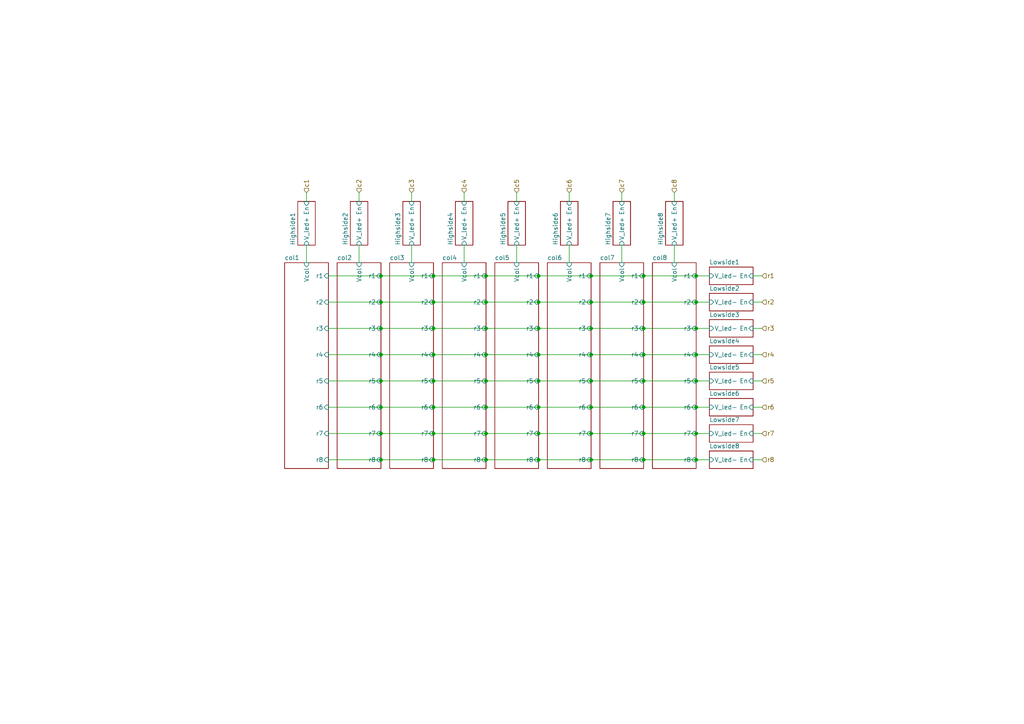
<source format=kicad_sch>
(kicad_sch
	(version 20250114)
	(generator "eeschema")
	(generator_version "9.0")
	(uuid "95bf016e-cc87-4bbd-bc73-ca817ece5dc4")
	(paper "A4")
	(lib_symbols)
	(junction
		(at 125.73 95.25)
		(diameter 0)
		(color 0 0 0 0)
		(uuid "032de506-df0b-4a26-aa03-72097733bfed")
	)
	(junction
		(at 140.97 80.01)
		(diameter 0)
		(color 0 0 0 0)
		(uuid "05cd0275-d2be-469d-8149-aa757cba5e33")
	)
	(junction
		(at 110.49 80.01)
		(diameter 0)
		(color 0 0 0 0)
		(uuid "0b8fcb55-6f6f-43a4-9484-53ccfebecae2")
	)
	(junction
		(at 125.73 118.11)
		(diameter 0)
		(color 0 0 0 0)
		(uuid "0c907dd5-e5af-4df8-a9f4-3e16d67936a4")
	)
	(junction
		(at 186.69 87.63)
		(diameter 0)
		(color 0 0 0 0)
		(uuid "0cb9c822-4126-4694-9c0a-6bab0d867a8a")
	)
	(junction
		(at 201.93 125.73)
		(diameter 0)
		(color 0 0 0 0)
		(uuid "0d6a9c01-f0fe-482d-970b-40ed9ede45b5")
	)
	(junction
		(at 125.73 87.63)
		(diameter 0)
		(color 0 0 0 0)
		(uuid "0e4a44c7-0cb7-4783-9395-f8be45f81c0c")
	)
	(junction
		(at 156.21 80.01)
		(diameter 0)
		(color 0 0 0 0)
		(uuid "1b8993b6-ad39-42e2-b90c-10176782a376")
	)
	(junction
		(at 201.93 133.35)
		(diameter 0)
		(color 0 0 0 0)
		(uuid "1e800d23-db3e-465a-884f-21c354708bc5")
	)
	(junction
		(at 201.93 118.11)
		(diameter 0)
		(color 0 0 0 0)
		(uuid "27e835b0-3931-4d7b-9501-9fc40e6db807")
	)
	(junction
		(at 156.21 95.25)
		(diameter 0)
		(color 0 0 0 0)
		(uuid "28efb346-1100-49a2-8ddc-31cd1da652f5")
	)
	(junction
		(at 110.49 102.87)
		(diameter 0)
		(color 0 0 0 0)
		(uuid "2b45d5f0-9185-4727-9663-4f3108f56e92")
	)
	(junction
		(at 156.21 87.63)
		(diameter 0)
		(color 0 0 0 0)
		(uuid "2bf3d6fe-839b-4cd2-8115-78096fa4e8bd")
	)
	(junction
		(at 140.97 118.11)
		(diameter 0)
		(color 0 0 0 0)
		(uuid "317f7b8d-e095-4a82-b044-6cd877cf70f3")
	)
	(junction
		(at 201.93 110.49)
		(diameter 0)
		(color 0 0 0 0)
		(uuid "3675d1ba-31e9-4e2d-bc4e-6e73019b807b")
	)
	(junction
		(at 140.97 95.25)
		(diameter 0)
		(color 0 0 0 0)
		(uuid "36911299-caaa-4b87-950c-2ebf145defd8")
	)
	(junction
		(at 171.45 118.11)
		(diameter 0)
		(color 0 0 0 0)
		(uuid "39d24004-134a-4e52-9af3-ae4453a02b75")
	)
	(junction
		(at 110.49 95.25)
		(diameter 0)
		(color 0 0 0 0)
		(uuid "3b021e50-44d3-40fd-8836-e93c7ba7dd33")
	)
	(junction
		(at 171.45 110.49)
		(diameter 0)
		(color 0 0 0 0)
		(uuid "469cbc0d-4742-47d9-911c-05e8ce7082ff")
	)
	(junction
		(at 171.45 102.87)
		(diameter 0)
		(color 0 0 0 0)
		(uuid "4eb8274b-8078-46ff-9ed4-6034f244411a")
	)
	(junction
		(at 201.93 102.87)
		(diameter 0)
		(color 0 0 0 0)
		(uuid "53342cc9-7ad7-4a09-9559-ee40c6a6c06a")
	)
	(junction
		(at 110.49 133.35)
		(diameter 0)
		(color 0 0 0 0)
		(uuid "57840804-4fb1-46ea-8294-101337bf6407")
	)
	(junction
		(at 140.97 102.87)
		(diameter 0)
		(color 0 0 0 0)
		(uuid "588a9036-59ea-403f-bd4c-f07859a6b6f2")
	)
	(junction
		(at 140.97 133.35)
		(diameter 0)
		(color 0 0 0 0)
		(uuid "59b20bf9-bf73-4ee2-bdb4-1006ef615714")
	)
	(junction
		(at 171.45 95.25)
		(diameter 0)
		(color 0 0 0 0)
		(uuid "5f7a7a2c-ed90-45d4-8eae-7a82271b8da2")
	)
	(junction
		(at 201.93 80.01)
		(diameter 0)
		(color 0 0 0 0)
		(uuid "651c6842-a08b-49b8-9ec7-8a6e39e7352d")
	)
	(junction
		(at 171.45 133.35)
		(diameter 0)
		(color 0 0 0 0)
		(uuid "6ca0b21c-2e58-45e7-bb45-bcdbbc6acb2a")
	)
	(junction
		(at 156.21 133.35)
		(diameter 0)
		(color 0 0 0 0)
		(uuid "73e5d0a9-5199-458f-998c-162198265262")
	)
	(junction
		(at 140.97 125.73)
		(diameter 0)
		(color 0 0 0 0)
		(uuid "767c8180-f7d4-4428-8708-36f2368f640a")
	)
	(junction
		(at 201.93 95.25)
		(diameter 0)
		(color 0 0 0 0)
		(uuid "809d0941-a2da-4f19-858d-b6225beff8c9")
	)
	(junction
		(at 156.21 102.87)
		(diameter 0)
		(color 0 0 0 0)
		(uuid "820c229f-34fd-4206-935d-3ca02173bdc7")
	)
	(junction
		(at 125.73 133.35)
		(diameter 0)
		(color 0 0 0 0)
		(uuid "87dadea0-3222-49ae-8ea2-984d2b4f3cad")
	)
	(junction
		(at 186.69 80.01)
		(diameter 0)
		(color 0 0 0 0)
		(uuid "a19e7898-8c3a-4b07-8a39-4ee24b42ff4f")
	)
	(junction
		(at 186.69 133.35)
		(diameter 0)
		(color 0 0 0 0)
		(uuid "a440a352-4a88-435d-ab89-5ba30e1f819a")
	)
	(junction
		(at 125.73 125.73)
		(diameter 0)
		(color 0 0 0 0)
		(uuid "b14e5a2f-6229-480b-86aa-f4bc03429bb3")
	)
	(junction
		(at 156.21 110.49)
		(diameter 0)
		(color 0 0 0 0)
		(uuid "b2190da6-5d9b-4196-b6a8-1db248add444")
	)
	(junction
		(at 171.45 87.63)
		(diameter 0)
		(color 0 0 0 0)
		(uuid "b701c3fc-05be-480e-8a4c-cd002c606e1f")
	)
	(junction
		(at 186.69 95.25)
		(diameter 0)
		(color 0 0 0 0)
		(uuid "b86ccdcc-4262-4f5e-8b18-154bf42787a5")
	)
	(junction
		(at 201.93 87.63)
		(diameter 0)
		(color 0 0 0 0)
		(uuid "bf7257f9-3516-481b-81a8-4efce2c6fe1f")
	)
	(junction
		(at 125.73 110.49)
		(diameter 0)
		(color 0 0 0 0)
		(uuid "c3f72e5b-6d7a-4350-89c8-c90f888c31f0")
	)
	(junction
		(at 140.97 110.49)
		(diameter 0)
		(color 0 0 0 0)
		(uuid "c4955cb4-e9c5-4c8d-993c-2f0d952a1380")
	)
	(junction
		(at 125.73 102.87)
		(diameter 0)
		(color 0 0 0 0)
		(uuid "cda79724-ff5b-4c8b-8bf5-82befd0935e1")
	)
	(junction
		(at 125.73 80.01)
		(diameter 0)
		(color 0 0 0 0)
		(uuid "cee8826f-bb22-4a41-b981-bf6f58b2285d")
	)
	(junction
		(at 110.49 110.49)
		(diameter 0)
		(color 0 0 0 0)
		(uuid "d3e86324-0aa7-4205-a785-320caaa3a860")
	)
	(junction
		(at 110.49 87.63)
		(diameter 0)
		(color 0 0 0 0)
		(uuid "d4a57a85-903c-4c36-9a75-81120a5d1bee")
	)
	(junction
		(at 186.69 125.73)
		(diameter 0)
		(color 0 0 0 0)
		(uuid "d7e0b78e-2de4-4b48-ab7d-c48553260e47")
	)
	(junction
		(at 140.97 87.63)
		(diameter 0)
		(color 0 0 0 0)
		(uuid "d9f26b4d-bca1-4702-9bae-d6e2633914e5")
	)
	(junction
		(at 186.69 110.49)
		(diameter 0)
		(color 0 0 0 0)
		(uuid "da59efb0-c32c-44ac-879d-c0abecdb2a5d")
	)
	(junction
		(at 171.45 80.01)
		(diameter 0)
		(color 0 0 0 0)
		(uuid "ea536998-4cb6-4b01-976f-fc3d09dfa94a")
	)
	(junction
		(at 156.21 118.11)
		(diameter 0)
		(color 0 0 0 0)
		(uuid "ec067eb8-af02-423c-b34a-d0307ab65838")
	)
	(junction
		(at 156.21 125.73)
		(diameter 0)
		(color 0 0 0 0)
		(uuid "ed9f95db-299d-402f-b500-1b9cdbefd776")
	)
	(junction
		(at 110.49 118.11)
		(diameter 0)
		(color 0 0 0 0)
		(uuid "efe12730-3725-48e9-9d07-4b345e62b0d0")
	)
	(junction
		(at 110.49 125.73)
		(diameter 0)
		(color 0 0 0 0)
		(uuid "f2093ca3-ac9c-495d-9c32-294ebb5a3f8d")
	)
	(junction
		(at 186.69 102.87)
		(diameter 0)
		(color 0 0 0 0)
		(uuid "f4b9a77b-cdf9-413f-8d5c-8cad18e3c42e")
	)
	(junction
		(at 171.45 125.73)
		(diameter 0)
		(color 0 0 0 0)
		(uuid "f712de85-e471-4133-9aa2-540bad8f95d1")
	)
	(junction
		(at 186.69 118.11)
		(diameter 0)
		(color 0 0 0 0)
		(uuid "fce05575-0859-4c49-90ea-fffc5451292b")
	)
	(wire
		(pts
			(xy 220.98 118.11) (xy 218.44 118.11)
		)
		(stroke
			(width 0)
			(type default)
		)
		(uuid "0205bac3-85f7-41dd-bca1-1d405d26ce9c")
	)
	(wire
		(pts
			(xy 165.1 55.88) (xy 165.1 58.42)
		)
		(stroke
			(width 0)
			(type default)
		)
		(uuid "06e0b317-5fbe-44a6-9f0e-15ce63410be7")
	)
	(wire
		(pts
			(xy 201.93 133.35) (xy 205.74 133.35)
		)
		(stroke
			(width 0)
			(type default)
		)
		(uuid "070620ce-6ece-40f5-9b40-7fd19f0ff952")
	)
	(wire
		(pts
			(xy 140.97 118.11) (xy 156.21 118.11)
		)
		(stroke
			(width 0)
			(type default)
		)
		(uuid "091765e4-87fa-4ea7-b6bc-bb776254de84")
	)
	(wire
		(pts
			(xy 186.69 125.73) (xy 201.93 125.73)
		)
		(stroke
			(width 0)
			(type default)
		)
		(uuid "0a93cc96-ed6e-465b-8776-84001f2a2c16")
	)
	(wire
		(pts
			(xy 110.49 133.35) (xy 125.73 133.35)
		)
		(stroke
			(width 0)
			(type default)
		)
		(uuid "0c896087-fafc-4608-9cb9-3b0035aca0ef")
	)
	(wire
		(pts
			(xy 171.45 118.11) (xy 186.69 118.11)
		)
		(stroke
			(width 0)
			(type default)
		)
		(uuid "0f9a907a-9145-40e6-a29f-f6cc24733635")
	)
	(wire
		(pts
			(xy 140.97 125.73) (xy 156.21 125.73)
		)
		(stroke
			(width 0)
			(type default)
		)
		(uuid "0fd27ca1-2253-4f22-b187-0ad1ca6f5365")
	)
	(wire
		(pts
			(xy 125.73 95.25) (xy 140.97 95.25)
		)
		(stroke
			(width 0)
			(type default)
		)
		(uuid "1126ffa1-a839-4d96-a7d9-0eb32a7c3162")
	)
	(wire
		(pts
			(xy 195.58 55.88) (xy 195.58 58.42)
		)
		(stroke
			(width 0)
			(type default)
		)
		(uuid "12b4a908-3f0d-45a7-bfd5-20963eb33f7e")
	)
	(wire
		(pts
			(xy 171.45 102.87) (xy 186.69 102.87)
		)
		(stroke
			(width 0)
			(type default)
		)
		(uuid "176f0af6-8759-4709-91fa-be6528ad0deb")
	)
	(wire
		(pts
			(xy 220.98 95.25) (xy 218.44 95.25)
		)
		(stroke
			(width 0)
			(type default)
		)
		(uuid "1c2dea23-8758-4136-9efb-987f861e516d")
	)
	(wire
		(pts
			(xy 125.73 87.63) (xy 140.97 87.63)
		)
		(stroke
			(width 0)
			(type default)
		)
		(uuid "1d00b8ad-3490-4de4-86b0-3b2ce8d8fd26")
	)
	(wire
		(pts
			(xy 186.69 133.35) (xy 201.93 133.35)
		)
		(stroke
			(width 0)
			(type default)
		)
		(uuid "28925d7a-ba1b-4e8b-bdd0-7793ebb33510")
	)
	(wire
		(pts
			(xy 88.9 55.88) (xy 88.9 58.42)
		)
		(stroke
			(width 0)
			(type default)
		)
		(uuid "29a08021-e081-4369-8062-27509937715b")
	)
	(wire
		(pts
			(xy 156.21 80.01) (xy 171.45 80.01)
		)
		(stroke
			(width 0)
			(type default)
		)
		(uuid "2ae474a8-955f-4662-be7b-923ab02c5ac8")
	)
	(wire
		(pts
			(xy 186.69 95.25) (xy 201.93 95.25)
		)
		(stroke
			(width 0)
			(type default)
		)
		(uuid "2b3d9b6a-8c3b-4cb6-aa70-9707a3bd0660")
	)
	(wire
		(pts
			(xy 125.73 133.35) (xy 140.97 133.35)
		)
		(stroke
			(width 0)
			(type default)
		)
		(uuid "2cba2b22-5513-40e5-88fc-1e33fa120dc2")
	)
	(wire
		(pts
			(xy 95.25 102.87) (xy 110.49 102.87)
		)
		(stroke
			(width 0)
			(type default)
		)
		(uuid "31068661-d553-47e3-bc41-bd726be9a905")
	)
	(wire
		(pts
			(xy 171.45 87.63) (xy 186.69 87.63)
		)
		(stroke
			(width 0)
			(type default)
		)
		(uuid "31c2591e-c4fc-4013-bfa1-f0cd36490c3c")
	)
	(wire
		(pts
			(xy 88.9 71.12) (xy 88.9 76.2)
		)
		(stroke
			(width 0)
			(type default)
		)
		(uuid "323da390-8b00-47ea-a519-f0362a110012")
	)
	(wire
		(pts
			(xy 140.97 87.63) (xy 156.21 87.63)
		)
		(stroke
			(width 0)
			(type default)
		)
		(uuid "35b3be88-7fe7-4a44-98ca-b8f2e8f23da7")
	)
	(wire
		(pts
			(xy 220.98 125.73) (xy 218.44 125.73)
		)
		(stroke
			(width 0)
			(type default)
		)
		(uuid "39957632-e6f0-4ba8-862d-f3b95fda72e5")
	)
	(wire
		(pts
			(xy 110.49 102.87) (xy 125.73 102.87)
		)
		(stroke
			(width 0)
			(type default)
		)
		(uuid "3a061d85-9d34-4261-bc8f-6a976302ca0d")
	)
	(wire
		(pts
			(xy 220.98 80.01) (xy 218.44 80.01)
		)
		(stroke
			(width 0)
			(type default)
		)
		(uuid "3f05a8cc-b515-4106-8b70-571bf8297d23")
	)
	(wire
		(pts
			(xy 201.93 95.25) (xy 205.74 95.25)
		)
		(stroke
			(width 0)
			(type default)
		)
		(uuid "3f5de397-4ebd-4598-a64f-7e998a4f6b1b")
	)
	(wire
		(pts
			(xy 149.86 55.88) (xy 149.86 58.42)
		)
		(stroke
			(width 0)
			(type default)
		)
		(uuid "3f86ec2b-471d-4072-a117-f49b6efc66b0")
	)
	(wire
		(pts
			(xy 201.93 87.63) (xy 205.74 87.63)
		)
		(stroke
			(width 0)
			(type default)
		)
		(uuid "4129f837-2f53-4da8-b538-d8bd58ed30e1")
	)
	(wire
		(pts
			(xy 156.21 125.73) (xy 171.45 125.73)
		)
		(stroke
			(width 0)
			(type default)
		)
		(uuid "4173d6cb-221b-46de-828b-a7d27d98f1af")
	)
	(wire
		(pts
			(xy 104.14 55.88) (xy 104.14 58.42)
		)
		(stroke
			(width 0)
			(type default)
		)
		(uuid "43051b60-54b7-4a62-9b36-b0491d7438e6")
	)
	(wire
		(pts
			(xy 104.14 71.12) (xy 104.14 76.2)
		)
		(stroke
			(width 0)
			(type default)
		)
		(uuid "4775a106-a68b-4f3b-8ee3-3041beb9e7e8")
	)
	(wire
		(pts
			(xy 186.69 102.87) (xy 201.93 102.87)
		)
		(stroke
			(width 0)
			(type default)
		)
		(uuid "4a4a5362-3cc7-401d-b983-d4dfd4ec44ef")
	)
	(wire
		(pts
			(xy 110.49 95.25) (xy 125.73 95.25)
		)
		(stroke
			(width 0)
			(type default)
		)
		(uuid "5a433e29-f136-4fc0-a3d7-abcba15d4623")
	)
	(wire
		(pts
			(xy 220.98 87.63) (xy 218.44 87.63)
		)
		(stroke
			(width 0)
			(type default)
		)
		(uuid "5aa50bf4-1788-469f-91cb-fe31a48ec838")
	)
	(wire
		(pts
			(xy 95.25 110.49) (xy 110.49 110.49)
		)
		(stroke
			(width 0)
			(type default)
		)
		(uuid "5c2f71b6-c210-4013-8126-151e8c1422ed")
	)
	(wire
		(pts
			(xy 110.49 125.73) (xy 125.73 125.73)
		)
		(stroke
			(width 0)
			(type default)
		)
		(uuid "6011e546-9126-456c-9d68-66866eaf039e")
	)
	(wire
		(pts
			(xy 110.49 110.49) (xy 125.73 110.49)
		)
		(stroke
			(width 0)
			(type default)
		)
		(uuid "615e3381-ffb5-4258-8eda-a9bc5c8ef643")
	)
	(wire
		(pts
			(xy 119.38 71.12) (xy 119.38 76.2)
		)
		(stroke
			(width 0)
			(type default)
		)
		(uuid "6557387c-aaeb-4f9a-91c1-b92122dd18c8")
	)
	(wire
		(pts
			(xy 110.49 80.01) (xy 125.73 80.01)
		)
		(stroke
			(width 0)
			(type default)
		)
		(uuid "65607a9b-0ca1-4f5e-b60b-98ca3022f1a7")
	)
	(wire
		(pts
			(xy 156.21 133.35) (xy 171.45 133.35)
		)
		(stroke
			(width 0)
			(type default)
		)
		(uuid "67e184a1-a533-4d1b-9b03-63f03c8a147c")
	)
	(wire
		(pts
			(xy 201.93 110.49) (xy 205.74 110.49)
		)
		(stroke
			(width 0)
			(type default)
		)
		(uuid "68fcc5d6-6ce5-474f-a545-3b82cbd376c4")
	)
	(wire
		(pts
			(xy 201.93 125.73) (xy 205.74 125.73)
		)
		(stroke
			(width 0)
			(type default)
		)
		(uuid "69b6df41-8598-4221-a2f9-fe092072b750")
	)
	(wire
		(pts
			(xy 125.73 110.49) (xy 140.97 110.49)
		)
		(stroke
			(width 0)
			(type default)
		)
		(uuid "6a2a01eb-cbef-4fd6-8fd1-c9299a16fb9a")
	)
	(wire
		(pts
			(xy 165.1 71.12) (xy 165.1 76.2)
		)
		(stroke
			(width 0)
			(type default)
		)
		(uuid "6b76fa4f-a6aa-4d4b-ab4d-894fb1ddd901")
	)
	(wire
		(pts
			(xy 220.98 110.49) (xy 218.44 110.49)
		)
		(stroke
			(width 0)
			(type default)
		)
		(uuid "6be7e0bc-d959-4403-9819-4797972ea0b4")
	)
	(wire
		(pts
			(xy 95.25 125.73) (xy 110.49 125.73)
		)
		(stroke
			(width 0)
			(type default)
		)
		(uuid "6d27da3c-6434-4ef3-a6a5-447e293a8c12")
	)
	(wire
		(pts
			(xy 140.97 80.01) (xy 156.21 80.01)
		)
		(stroke
			(width 0)
			(type default)
		)
		(uuid "7c7e561d-d445-4eec-b884-cc646d4886a1")
	)
	(wire
		(pts
			(xy 149.86 71.12) (xy 149.86 76.2)
		)
		(stroke
			(width 0)
			(type default)
		)
		(uuid "7efc4560-ce05-405a-91a4-28c80a2a5c61")
	)
	(wire
		(pts
			(xy 125.73 102.87) (xy 140.97 102.87)
		)
		(stroke
			(width 0)
			(type default)
		)
		(uuid "82c71b4c-8ef7-43a7-b894-458dfe74bd30")
	)
	(wire
		(pts
			(xy 201.93 102.87) (xy 205.74 102.87)
		)
		(stroke
			(width 0)
			(type default)
		)
		(uuid "8351e13b-285e-41c5-833d-de30b420ec65")
	)
	(wire
		(pts
			(xy 140.97 102.87) (xy 156.21 102.87)
		)
		(stroke
			(width 0)
			(type default)
		)
		(uuid "83971e3c-ec63-4e3c-9abc-b0334c6e506c")
	)
	(wire
		(pts
			(xy 171.45 80.01) (xy 186.69 80.01)
		)
		(stroke
			(width 0)
			(type default)
		)
		(uuid "84aaa79a-47c5-409b-9bb4-8e680186b4d7")
	)
	(wire
		(pts
			(xy 180.34 55.88) (xy 180.34 58.42)
		)
		(stroke
			(width 0)
			(type default)
		)
		(uuid "86fdb8a0-ab0c-488d-884c-6cf3ab7852e3")
	)
	(wire
		(pts
			(xy 171.45 95.25) (xy 186.69 95.25)
		)
		(stroke
			(width 0)
			(type default)
		)
		(uuid "8ad1ea1c-94b5-4312-bedc-020f269f70e1")
	)
	(wire
		(pts
			(xy 125.73 118.11) (xy 140.97 118.11)
		)
		(stroke
			(width 0)
			(type default)
		)
		(uuid "8baecfde-d4d4-4a9c-a4e8-dfc68396a90b")
	)
	(wire
		(pts
			(xy 180.34 71.12) (xy 180.34 76.2)
		)
		(stroke
			(width 0)
			(type default)
		)
		(uuid "8ef6af3f-b402-45d6-8df6-95a008fdff36")
	)
	(wire
		(pts
			(xy 95.25 80.01) (xy 110.49 80.01)
		)
		(stroke
			(width 0)
			(type default)
		)
		(uuid "8fe92026-060b-4f25-bba8-eb07c9660e70")
	)
	(wire
		(pts
			(xy 125.73 125.73) (xy 140.97 125.73)
		)
		(stroke
			(width 0)
			(type default)
		)
		(uuid "90e45d61-edb6-497f-806d-c448038b7aec")
	)
	(wire
		(pts
			(xy 110.49 118.11) (xy 125.73 118.11)
		)
		(stroke
			(width 0)
			(type default)
		)
		(uuid "9419c9a3-fae9-481c-bde5-a01bb693c6d0")
	)
	(wire
		(pts
			(xy 125.73 80.01) (xy 140.97 80.01)
		)
		(stroke
			(width 0)
			(type default)
		)
		(uuid "95798013-002d-4a03-a174-d1742de2b95a")
	)
	(wire
		(pts
			(xy 140.97 95.25) (xy 156.21 95.25)
		)
		(stroke
			(width 0)
			(type default)
		)
		(uuid "97490b1f-aba1-44d1-9f96-2169c7e00a11")
	)
	(wire
		(pts
			(xy 156.21 87.63) (xy 171.45 87.63)
		)
		(stroke
			(width 0)
			(type default)
		)
		(uuid "9752dccc-8598-4915-b708-b5998a17604a")
	)
	(wire
		(pts
			(xy 201.93 80.01) (xy 205.74 80.01)
		)
		(stroke
			(width 0)
			(type default)
		)
		(uuid "9eab7dec-357c-400e-bbcc-36eeca45f1e4")
	)
	(wire
		(pts
			(xy 95.25 133.35) (xy 110.49 133.35)
		)
		(stroke
			(width 0)
			(type default)
		)
		(uuid "a29146e6-8b24-43d0-a562-836af6e94e13")
	)
	(wire
		(pts
			(xy 119.38 55.88) (xy 119.38 58.42)
		)
		(stroke
			(width 0)
			(type default)
		)
		(uuid "a6e60b8c-6331-4287-8b7b-69efddb322f8")
	)
	(wire
		(pts
			(xy 156.21 118.11) (xy 171.45 118.11)
		)
		(stroke
			(width 0)
			(type default)
		)
		(uuid "ad99f17f-c4eb-4e04-9d9e-dc4f2c2d6fb3")
	)
	(wire
		(pts
			(xy 140.97 133.35) (xy 156.21 133.35)
		)
		(stroke
			(width 0)
			(type default)
		)
		(uuid "b32f3b1e-0b05-40ba-adaf-3d6352636580")
	)
	(wire
		(pts
			(xy 195.58 71.12) (xy 195.58 76.2)
		)
		(stroke
			(width 0)
			(type default)
		)
		(uuid "b4cfaee9-cb1f-4ed2-acdc-12ae48111739")
	)
	(wire
		(pts
			(xy 171.45 133.35) (xy 186.69 133.35)
		)
		(stroke
			(width 0)
			(type default)
		)
		(uuid "b71802bd-ce21-478b-8d5e-5b3acef4b141")
	)
	(wire
		(pts
			(xy 186.69 80.01) (xy 201.93 80.01)
		)
		(stroke
			(width 0)
			(type default)
		)
		(uuid "ba876619-b977-4b3d-9970-89324d8d1146")
	)
	(wire
		(pts
			(xy 156.21 110.49) (xy 171.45 110.49)
		)
		(stroke
			(width 0)
			(type default)
		)
		(uuid "c3d2c763-a509-476f-a275-bca7ade63832")
	)
	(wire
		(pts
			(xy 220.98 133.35) (xy 218.44 133.35)
		)
		(stroke
			(width 0)
			(type default)
		)
		(uuid "cd7b2f80-4391-42d3-8e84-b8b437518f7e")
	)
	(wire
		(pts
			(xy 201.93 118.11) (xy 205.74 118.11)
		)
		(stroke
			(width 0)
			(type default)
		)
		(uuid "d3ea981e-44aa-4906-b1f9-f80ae71ce29d")
	)
	(wire
		(pts
			(xy 134.62 55.88) (xy 134.62 58.42)
		)
		(stroke
			(width 0)
			(type default)
		)
		(uuid "d47feae4-767f-4ccb-bd80-4e7a876b7e33")
	)
	(wire
		(pts
			(xy 140.97 110.49) (xy 156.21 110.49)
		)
		(stroke
			(width 0)
			(type default)
		)
		(uuid "d84f4351-bb69-41cb-991e-048ad3b815f3")
	)
	(wire
		(pts
			(xy 134.62 71.12) (xy 134.62 76.2)
		)
		(stroke
			(width 0)
			(type default)
		)
		(uuid "da3de1f5-e121-40eb-9f68-9729773a25a7")
	)
	(wire
		(pts
			(xy 156.21 95.25) (xy 171.45 95.25)
		)
		(stroke
			(width 0)
			(type default)
		)
		(uuid "daead01a-4ddf-4e74-bfbf-67520d8e9357")
	)
	(wire
		(pts
			(xy 186.69 118.11) (xy 201.93 118.11)
		)
		(stroke
			(width 0)
			(type default)
		)
		(uuid "ded6e5c1-79bf-4c6e-9782-8eff5b1f31b6")
	)
	(wire
		(pts
			(xy 171.45 125.73) (xy 186.69 125.73)
		)
		(stroke
			(width 0)
			(type default)
		)
		(uuid "e08ee7d9-1890-4db9-a6db-bee27c5b0c82")
	)
	(wire
		(pts
			(xy 95.25 95.25) (xy 110.49 95.25)
		)
		(stroke
			(width 0)
			(type default)
		)
		(uuid "e2db85ae-095f-4654-a22e-10e71a33b04b")
	)
	(wire
		(pts
			(xy 110.49 87.63) (xy 125.73 87.63)
		)
		(stroke
			(width 0)
			(type default)
		)
		(uuid "e6e7139a-598b-4f9b-8d45-17a28d3cecf2")
	)
	(wire
		(pts
			(xy 186.69 110.49) (xy 201.93 110.49)
		)
		(stroke
			(width 0)
			(type default)
		)
		(uuid "e832ce28-54f9-40ca-b11d-9328b0355424")
	)
	(wire
		(pts
			(xy 95.25 118.11) (xy 110.49 118.11)
		)
		(stroke
			(width 0)
			(type default)
		)
		(uuid "e9216607-1d3b-4a52-9b03-2a4ec99a205b")
	)
	(wire
		(pts
			(xy 220.98 102.87) (xy 218.44 102.87)
		)
		(stroke
			(width 0)
			(type default)
		)
		(uuid "e9545d9d-cd52-43e3-86f2-378b2f959571")
	)
	(wire
		(pts
			(xy 156.21 102.87) (xy 171.45 102.87)
		)
		(stroke
			(width 0)
			(type default)
		)
		(uuid "ec8ecc7f-618d-4faa-9790-fdc9956dc1a3")
	)
	(wire
		(pts
			(xy 171.45 110.49) (xy 186.69 110.49)
		)
		(stroke
			(width 0)
			(type default)
		)
		(uuid "ed513c05-6917-4043-8ef6-2fe89282bcfb")
	)
	(wire
		(pts
			(xy 95.25 87.63) (xy 110.49 87.63)
		)
		(stroke
			(width 0)
			(type default)
		)
		(uuid "ee8957a9-a374-49d8-b769-d2580733dec1")
	)
	(wire
		(pts
			(xy 186.69 87.63) (xy 201.93 87.63)
		)
		(stroke
			(width 0)
			(type default)
		)
		(uuid "f8adec64-bc8c-4c13-88d4-e14115e142c8")
	)
	(hierarchical_label "r6"
		(shape input)
		(at 220.98 118.11 0)
		(effects
			(font
				(size 1.27 1.27)
			)
			(justify left)
		)
		(uuid "08c8d00f-4db2-43c6-bdec-66628e94a83a")
	)
	(hierarchical_label "c3"
		(shape input)
		(at 119.38 55.88 90)
		(effects
			(font
				(size 1.27 1.27)
			)
			(justify left)
		)
		(uuid "0919b0ae-bca9-4c6a-af55-53a3b445278b")
	)
	(hierarchical_label "c2"
		(shape input)
		(at 104.14 55.88 90)
		(effects
			(font
				(size 1.27 1.27)
			)
			(justify left)
		)
		(uuid "0ab19a71-5f90-4938-b989-a42ef0091f7e")
	)
	(hierarchical_label "r3"
		(shape input)
		(at 220.98 95.25 0)
		(effects
			(font
				(size 1.27 1.27)
			)
			(justify left)
		)
		(uuid "0dba6de4-b8c1-479b-9c26-d8ebe53ee472")
	)
	(hierarchical_label "r8"
		(shape input)
		(at 220.98 133.35 0)
		(effects
			(font
				(size 1.27 1.27)
			)
			(justify left)
		)
		(uuid "234b7c76-9a25-4e23-9697-a77db3b332c8")
	)
	(hierarchical_label "c6"
		(shape input)
		(at 165.1 55.88 90)
		(effects
			(font
				(size 1.27 1.27)
			)
			(justify left)
		)
		(uuid "3c296eeb-53a7-43cc-be1d-955d282abe2b")
	)
	(hierarchical_label "c8"
		(shape input)
		(at 195.58 55.88 90)
		(effects
			(font
				(size 1.27 1.27)
			)
			(justify left)
		)
		(uuid "3c8a99ac-4b8e-41df-9092-679998b2cee0")
	)
	(hierarchical_label "c4"
		(shape input)
		(at 134.62 55.88 90)
		(effects
			(font
				(size 1.27 1.27)
			)
			(justify left)
		)
		(uuid "3efa016c-5379-4802-a4fe-e4ca2bd392c1")
	)
	(hierarchical_label "r2"
		(shape input)
		(at 220.98 87.63 0)
		(effects
			(font
				(size 1.27 1.27)
			)
			(justify left)
		)
		(uuid "9769f917-980d-478b-be3f-5aa785292cf7")
	)
	(hierarchical_label "r7"
		(shape input)
		(at 220.98 125.73 0)
		(effects
			(font
				(size 1.27 1.27)
			)
			(justify left)
		)
		(uuid "a7e9db1e-dbed-4e08-929c-6fbb51a1b250")
	)
	(hierarchical_label "r5"
		(shape input)
		(at 220.98 110.49 0)
		(effects
			(font
				(size 1.27 1.27)
			)
			(justify left)
		)
		(uuid "d4754e65-ce2a-4672-807f-d5f80f4dfd27")
	)
	(hierarchical_label "c5"
		(shape input)
		(at 149.86 55.88 90)
		(effects
			(font
				(size 1.27 1.27)
			)
			(justify left)
		)
		(uuid "e8dab0ea-ced7-4f20-9ae2-824ae8f340ce")
	)
	(hierarchical_label "c7"
		(shape input)
		(at 180.34 55.88 90)
		(effects
			(font
				(size 1.27 1.27)
			)
			(justify left)
		)
		(uuid "ed6c2a36-8263-4f45-afc7-4e66bb8d7175")
	)
	(hierarchical_label "r1"
		(shape input)
		(at 220.98 80.01 0)
		(effects
			(font
				(size 1.27 1.27)
			)
			(justify left)
		)
		(uuid "ee22d58f-15be-4aa1-a0e8-cee046697dec")
	)
	(hierarchical_label "c1"
		(shape input)
		(at 88.9 55.88 90)
		(effects
			(font
				(size 1.27 1.27)
			)
			(justify left)
		)
		(uuid "f2f065d3-ca23-4e2a-9420-b43c4f560fe7")
	)
	(hierarchical_label "r4"
		(shape input)
		(at 220.98 102.87 0)
		(effects
			(font
				(size 1.27 1.27)
			)
			(justify left)
		)
		(uuid "fc230fa6-242a-4518-b7aa-ad84c393b0e9")
	)
	(sheet
		(at 205.74 130.81)
		(size 12.7 5.08)
		(exclude_from_sim no)
		(in_bom yes)
		(on_board yes)
		(dnp no)
		(fields_autoplaced yes)
		(stroke
			(width 0.1524)
			(type solid)
		)
		(fill
			(color 0 0 0 0.0000)
		)
		(uuid "0e0267d6-1c9c-4e8b-9a9d-a67a5c4e787a")
		(property "Sheetname" "Lowside8"
			(at 205.74 130.0984 0)
			(effects
				(font
					(size 1.27 1.27)
				)
				(justify left bottom)
			)
		)
		(property "Sheetfile" "lowside_driver.kicad_sch"
			(at 205.74 136.4746 0)
			(effects
				(font
					(size 1.27 1.27)
				)
				(justify left top)
				(hide yes)
			)
		)
		(pin "En" input
			(at 218.44 133.35 0)
			(uuid "db6297d9-4b7d-4d00-be14-98bd05e3fe64")
			(effects
				(font
					(size 1.27 1.27)
				)
				(justify right)
			)
		)
		(pin "V_led-" input
			(at 205.74 133.35 180)
			(uuid "d21bd5bf-85a2-459c-aac7-55929a621711")
			(effects
				(font
					(size 1.27 1.27)
				)
				(justify left)
			)
		)
		(instances
			(project "RP2040-led_matrix"
				(path "/6da693c1-71ad-457a-a876-e89e15304f60/0888f11a-653a-47d6-beb1-dc60ae471956"
					(page "18")
				)
			)
		)
	)
	(sheet
		(at 132.08 58.42)
		(size 5.08 12.7)
		(exclude_from_sim no)
		(in_bom yes)
		(on_board yes)
		(dnp no)
		(fields_autoplaced yes)
		(stroke
			(width 0.1524)
			(type solid)
		)
		(fill
			(color 0 0 0 0.0000)
		)
		(uuid "33a3316a-1f25-4a6e-8037-387470dc9e7f")
		(property "Sheetname" "Highside4"
			(at 131.3684 71.12 90)
			(effects
				(font
					(size 1.27 1.27)
				)
				(justify left bottom)
			)
		)
		(property "Sheetfile" "highside_driver.kicad_sch"
			(at 137.7446 71.12 90)
			(effects
				(font
					(size 1.27 1.27)
				)
				(justify left top)
				(hide yes)
			)
		)
		(pin "En" input
			(at 134.62 58.42 90)
			(uuid "53cbdaf9-af92-43ca-9f6c-f774c0568d7c")
			(effects
				(font
					(size 1.27 1.27)
				)
				(justify right)
			)
		)
		(pin "V_led+" input
			(at 134.62 71.12 270)
			(uuid "96c78d60-1a75-43bd-b87e-6d0752a51c89")
			(effects
				(font
					(size 1.27 1.27)
				)
				(justify left)
			)
		)
		(instances
			(project "RP2040-led_matrix"
				(path "/6da693c1-71ad-457a-a876-e89e15304f60/0888f11a-653a-47d6-beb1-dc60ae471956"
					(page "8")
				)
			)
		)
	)
	(sheet
		(at 128.27 76.2)
		(size 12.7 59.69)
		(exclude_from_sim no)
		(in_bom yes)
		(on_board yes)
		(dnp no)
		(fields_autoplaced yes)
		(stroke
			(width 0.1524)
			(type solid)
		)
		(fill
			(color 0 0 0 0.0000)
		)
		(uuid "3c2a3dde-0ff5-4a0e-b1d3-787627331c05")
		(property "Sheetname" "col4"
			(at 128.27 75.4884 0)
			(effects
				(font
					(size 1.27 1.27)
				)
				(justify left bottom)
			)
		)
		(property "Sheetfile" "led_col.kicad_sch"
			(at 128.27 136.4746 0)
			(effects
				(font
					(size 1.27 1.27)
				)
				(justify left top)
				(hide yes)
			)
		)
		(pin "r6" input
			(at 140.97 118.11 0)
			(uuid "a21b0c3f-336e-40fc-a06b-e73cac88d22f")
			(effects
				(font
					(size 1.27 1.27)
				)
				(justify right)
			)
		)
		(pin "r8" input
			(at 140.97 133.35 0)
			(uuid "57119553-cf25-450d-9696-dbe6510950fc")
			(effects
				(font
					(size 1.27 1.27)
				)
				(justify right)
			)
		)
		(pin "r7" input
			(at 140.97 125.73 0)
			(uuid "88a75dfe-deff-4c3f-b1f3-c25ec1c874f5")
			(effects
				(font
					(size 1.27 1.27)
				)
				(justify right)
			)
		)
		(pin "r4" input
			(at 140.97 102.87 0)
			(uuid "bb3fb32c-8fd3-462d-9133-4ac396a01c7e")
			(effects
				(font
					(size 1.27 1.27)
				)
				(justify right)
			)
		)
		(pin "r5" input
			(at 140.97 110.49 0)
			(uuid "6a1e1d89-b5c8-4e8c-97a3-4fa991697cfd")
			(effects
				(font
					(size 1.27 1.27)
				)
				(justify right)
			)
		)
		(pin "Vcol" input
			(at 134.62 76.2 90)
			(uuid "f395706b-b1d3-4d6b-9256-048ce8b78e31")
			(effects
				(font
					(size 1.27 1.27)
				)
				(justify right)
			)
		)
		(pin "r3" input
			(at 140.97 95.25 0)
			(uuid "55521ed0-0c51-4f29-acbc-2b10b5035adb")
			(effects
				(font
					(size 1.27 1.27)
				)
				(justify right)
			)
		)
		(pin "r1" input
			(at 140.97 80.01 0)
			(uuid "f208fad5-75a7-4166-a722-e48e32d98cc1")
			(effects
				(font
					(size 1.27 1.27)
				)
				(justify right)
			)
		)
		(pin "r2" input
			(at 140.97 87.63 0)
			(uuid "b70b2b4b-c616-477e-ac59-6a570d72ee06")
			(effects
				(font
					(size 1.27 1.27)
				)
				(justify right)
			)
		)
		(instances
			(project "RP2040-led_matrix"
				(path "/6da693c1-71ad-457a-a876-e89e15304f60/0888f11a-653a-47d6-beb1-dc60ae471956"
					(page "22")
				)
			)
		)
	)
	(sheet
		(at 205.74 77.47)
		(size 12.7 5.08)
		(exclude_from_sim no)
		(in_bom yes)
		(on_board yes)
		(dnp no)
		(fields_autoplaced yes)
		(stroke
			(width 0.1524)
			(type solid)
		)
		(fill
			(color 0 0 0 0.0000)
		)
		(uuid "404bd68d-d341-4565-b236-1ec2138ea598")
		(property "Sheetname" "Lowside1"
			(at 205.74 76.7584 0)
			(effects
				(font
					(size 1.27 1.27)
				)
				(justify left bottom)
			)
		)
		(property "Sheetfile" "lowside_driver.kicad_sch"
			(at 205.74 83.1346 0)
			(effects
				(font
					(size 1.27 1.27)
				)
				(justify left top)
				(hide yes)
			)
		)
		(pin "En" input
			(at 218.44 80.01 0)
			(uuid "7bd1dd00-d7b1-41a5-82b3-043090bd6fb1")
			(effects
				(font
					(size 1.27 1.27)
				)
				(justify right)
			)
		)
		(pin "V_led-" input
			(at 205.74 80.01 180)
			(uuid "cb74ff85-3e8f-464c-b8c6-26ecf2d3d653")
			(effects
				(font
					(size 1.27 1.27)
				)
				(justify left)
			)
		)
		(instances
			(project "RP2040-led_matrix"
				(path "/6da693c1-71ad-457a-a876-e89e15304f60/0888f11a-653a-47d6-beb1-dc60ae471956"
					(page "19")
				)
			)
		)
	)
	(sheet
		(at 82.55 76.2)
		(size 12.7 59.69)
		(exclude_from_sim no)
		(in_bom yes)
		(on_board yes)
		(dnp no)
		(fields_autoplaced yes)
		(stroke
			(width 0.1524)
			(type solid)
		)
		(fill
			(color 0 0 0 0.0000)
		)
		(uuid "406fe839-0323-4d9e-a859-157ab03ad309")
		(property "Sheetname" "col1"
			(at 82.55 75.4884 0)
			(effects
				(font
					(size 1.27 1.27)
				)
				(justify left bottom)
			)
		)
		(property "Sheetfile" "led_col.kicad_sch"
			(at 82.55 136.4746 0)
			(effects
				(font
					(size 1.27 1.27)
				)
				(justify left top)
				(hide yes)
			)
		)
		(pin "r6" input
			(at 95.25 118.11 0)
			(uuid "bef8a048-8f34-4788-92fc-c118fe0b085d")
			(effects
				(font
					(size 1.27 1.27)
				)
				(justify right)
			)
		)
		(pin "r8" input
			(at 95.25 133.35 0)
			(uuid "dccd4e3d-3a21-49eb-8ae9-fa66d3fe4669")
			(effects
				(font
					(size 1.27 1.27)
				)
				(justify right)
			)
		)
		(pin "r7" input
			(at 95.25 125.73 0)
			(uuid "d1a29bb5-b719-41ad-941b-369d92edbd57")
			(effects
				(font
					(size 1.27 1.27)
				)
				(justify right)
			)
		)
		(pin "r4" input
			(at 95.25 102.87 0)
			(uuid "72125b5d-7b94-4d19-8ef9-7c3d4669b22e")
			(effects
				(font
					(size 1.27 1.27)
				)
				(justify right)
			)
		)
		(pin "r5" input
			(at 95.25 110.49 0)
			(uuid "311a6d1b-6c2b-4a88-94d5-796e3a9e953b")
			(effects
				(font
					(size 1.27 1.27)
				)
				(justify right)
			)
		)
		(pin "Vcol" input
			(at 88.9 76.2 90)
			(uuid "ea948388-9b17-4c04-9aff-94262b9e7ae3")
			(effects
				(font
					(size 1.27 1.27)
				)
				(justify right)
			)
		)
		(pin "r3" input
			(at 95.25 95.25 0)
			(uuid "9fc09662-2da6-42f9-8bff-a2d44ff2ba9d")
			(effects
				(font
					(size 1.27 1.27)
				)
				(justify right)
			)
		)
		(pin "r1" input
			(at 95.25 80.01 0)
			(uuid "3ea563ee-a62c-4897-9100-e21a5ec528f5")
			(effects
				(font
					(size 1.27 1.27)
				)
				(justify right)
			)
		)
		(pin "r2" input
			(at 95.25 87.63 0)
			(uuid "4743420d-7a2e-452e-aedd-a3627500f68b")
			(effects
				(font
					(size 1.27 1.27)
				)
				(justify right)
			)
		)
		(instances
			(project "RP2040-led_matrix"
				(path "/6da693c1-71ad-457a-a876-e89e15304f60/0888f11a-653a-47d6-beb1-dc60ae471956"
					(page "4")
				)
			)
		)
	)
	(sheet
		(at 205.74 115.57)
		(size 12.7 5.08)
		(exclude_from_sim no)
		(in_bom yes)
		(on_board yes)
		(dnp no)
		(fields_autoplaced yes)
		(stroke
			(width 0.1524)
			(type solid)
		)
		(fill
			(color 0 0 0 0.0000)
		)
		(uuid "50cb9438-48f4-4908-84a6-d817935034e8")
		(property "Sheetname" "Lowside6"
			(at 205.74 114.8584 0)
			(effects
				(font
					(size 1.27 1.27)
				)
				(justify left bottom)
			)
		)
		(property "Sheetfile" "lowside_driver.kicad_sch"
			(at 205.74 121.2346 0)
			(effects
				(font
					(size 1.27 1.27)
				)
				(justify left top)
				(hide yes)
			)
		)
		(pin "En" input
			(at 218.44 118.11 0)
			(uuid "8824d8b4-d445-4180-83d8-887b1d95ee3c")
			(effects
				(font
					(size 1.27 1.27)
				)
				(justify right)
			)
		)
		(pin "V_led-" input
			(at 205.74 118.11 180)
			(uuid "8dd1c0c3-f230-4e63-a15b-b39d5b7d97ff")
			(effects
				(font
					(size 1.27 1.27)
				)
				(justify left)
			)
		)
		(instances
			(project "RP2040-led_matrix"
				(path "/6da693c1-71ad-457a-a876-e89e15304f60/0888f11a-653a-47d6-beb1-dc60ae471956"
					(page "16")
				)
			)
		)
	)
	(sheet
		(at 101.6 58.42)
		(size 5.08 12.7)
		(exclude_from_sim no)
		(in_bom yes)
		(on_board yes)
		(dnp no)
		(fields_autoplaced yes)
		(stroke
			(width 0.1524)
			(type solid)
		)
		(fill
			(color 0 0 0 0.0000)
		)
		(uuid "5473fa7a-bdf7-497c-964a-617ecfc14d5f")
		(property "Sheetname" "Highside2"
			(at 100.8884 71.12 90)
			(effects
				(font
					(size 1.27 1.27)
				)
				(justify left bottom)
			)
		)
		(property "Sheetfile" "highside_driver.kicad_sch"
			(at 107.2646 71.12 90)
			(effects
				(font
					(size 1.27 1.27)
				)
				(justify left top)
				(hide yes)
			)
		)
		(pin "En" input
			(at 104.14 58.42 90)
			(uuid "1d8826cf-2b3e-4953-8527-55df75393537")
			(effects
				(font
					(size 1.27 1.27)
				)
				(justify right)
			)
		)
		(pin "V_led+" input
			(at 104.14 71.12 270)
			(uuid "0932649f-e81e-427c-8b1b-99efbf0f3370")
			(effects
				(font
					(size 1.27 1.27)
				)
				(justify left)
			)
		)
		(instances
			(project "RP2040-led_matrix"
				(path "/6da693c1-71ad-457a-a876-e89e15304f60/0888f11a-653a-47d6-beb1-dc60ae471956"
					(page "5")
				)
			)
		)
	)
	(sheet
		(at 86.36 58.42)
		(size 5.08 12.7)
		(exclude_from_sim no)
		(in_bom yes)
		(on_board yes)
		(dnp no)
		(fields_autoplaced yes)
		(stroke
			(width 0.1524)
			(type solid)
		)
		(fill
			(color 0 0 0 0.0000)
		)
		(uuid "811ff1f1-207c-4baa-b39e-9daaefa2dbee")
		(property "Sheetname" "Highside1"
			(at 85.6484 71.12 90)
			(effects
				(font
					(size 1.27 1.27)
				)
				(justify left bottom)
			)
		)
		(property "Sheetfile" "highside_driver.kicad_sch"
			(at 92.0246 71.12 90)
			(effects
				(font
					(size 1.27 1.27)
				)
				(justify left top)
				(hide yes)
			)
		)
		(pin "En" input
			(at 88.9 58.42 90)
			(uuid "87bfa169-438b-43c1-92f3-61dac158c2d2")
			(effects
				(font
					(size 1.27 1.27)
				)
				(justify right)
			)
		)
		(pin "V_led+" input
			(at 88.9 71.12 270)
			(uuid "121c151a-4732-4831-a5fb-b9ef73ad28b9")
			(effects
				(font
					(size 1.27 1.27)
				)
				(justify left)
			)
		)
		(instances
			(project "RP2040-led_matrix"
				(path "/6da693c1-71ad-457a-a876-e89e15304f60/0888f11a-653a-47d6-beb1-dc60ae471956"
					(page "3")
				)
			)
		)
	)
	(sheet
		(at 205.74 92.71)
		(size 12.7 5.08)
		(exclude_from_sim no)
		(in_bom yes)
		(on_board yes)
		(dnp no)
		(fields_autoplaced yes)
		(stroke
			(width 0.1524)
			(type solid)
		)
		(fill
			(color 0 0 0 0.0000)
		)
		(uuid "83140804-2fe9-4116-8338-7dfcdb1e2b7a")
		(property "Sheetname" "Lowside3"
			(at 205.74 91.9984 0)
			(effects
				(font
					(size 1.27 1.27)
				)
				(justify left bottom)
			)
		)
		(property "Sheetfile" "lowside_driver.kicad_sch"
			(at 205.74 98.3746 0)
			(effects
				(font
					(size 1.27 1.27)
				)
				(justify left top)
				(hide yes)
			)
		)
		(pin "En" input
			(at 218.44 95.25 0)
			(uuid "b167cdce-53b2-409d-a723-e38edd07ffc7")
			(effects
				(font
					(size 1.27 1.27)
				)
				(justify right)
			)
		)
		(pin "V_led-" input
			(at 205.74 95.25 180)
			(uuid "3c2eda1a-6ee8-4bf2-80d5-3d1ef976c878")
			(effects
				(font
					(size 1.27 1.27)
				)
				(justify left)
			)
		)
		(instances
			(project "RP2040-led_matrix"
				(path "/6da693c1-71ad-457a-a876-e89e15304f60/0888f11a-653a-47d6-beb1-dc60ae471956"
					(page "9")
				)
			)
		)
	)
	(sheet
		(at 116.84 58.42)
		(size 5.08 12.7)
		(exclude_from_sim no)
		(in_bom yes)
		(on_board yes)
		(dnp no)
		(fields_autoplaced yes)
		(stroke
			(width 0.1524)
			(type solid)
		)
		(fill
			(color 0 0 0 0.0000)
		)
		(uuid "893ad77f-b5d0-49ad-b618-58706b8600c1")
		(property "Sheetname" "Highside3"
			(at 116.1284 71.12 90)
			(effects
				(font
					(size 1.27 1.27)
				)
				(justify left bottom)
			)
		)
		(property "Sheetfile" "highside_driver.kicad_sch"
			(at 122.5046 71.12 90)
			(effects
				(font
					(size 1.27 1.27)
				)
				(justify left top)
				(hide yes)
			)
		)
		(pin "En" input
			(at 119.38 58.42 90)
			(uuid "f23a7bd4-491a-48db-a986-b99666d1650f")
			(effects
				(font
					(size 1.27 1.27)
				)
				(justify right)
			)
		)
		(pin "V_led+" input
			(at 119.38 71.12 270)
			(uuid "98017055-1780-47ec-b350-843f0c644f9f")
			(effects
				(font
					(size 1.27 1.27)
				)
				(justify left)
			)
		)
		(instances
			(project "RP2040-led_matrix"
				(path "/6da693c1-71ad-457a-a876-e89e15304f60/0888f11a-653a-47d6-beb1-dc60ae471956"
					(page "7")
				)
			)
		)
	)
	(sheet
		(at 193.04 58.42)
		(size 5.08 12.7)
		(exclude_from_sim no)
		(in_bom yes)
		(on_board yes)
		(dnp no)
		(fields_autoplaced yes)
		(stroke
			(width 0.1524)
			(type solid)
		)
		(fill
			(color 0 0 0 0.0000)
		)
		(uuid "8de4c4f1-0ac8-465a-a496-2ca700773f0e")
		(property "Sheetname" "Highside8"
			(at 192.3284 71.12 90)
			(effects
				(font
					(size 1.27 1.27)
				)
				(justify left bottom)
			)
		)
		(property "Sheetfile" "highside_driver.kicad_sch"
			(at 198.7046 71.12 90)
			(effects
				(font
					(size 1.27 1.27)
				)
				(justify left top)
				(hide yes)
			)
		)
		(pin "En" input
			(at 195.58 58.42 90)
			(uuid "f426c3b0-8f19-42f8-bccf-c281c250a259")
			(effects
				(font
					(size 1.27 1.27)
				)
				(justify right)
			)
		)
		(pin "V_led+" input
			(at 195.58 71.12 270)
			(uuid "de60ec05-9b5c-40ce-acd2-b1c05bb6cd25")
			(effects
				(font
					(size 1.27 1.27)
				)
				(justify left)
			)
		)
		(instances
			(project "RP2040-led_matrix"
				(path "/6da693c1-71ad-457a-a876-e89e15304f60/0888f11a-653a-47d6-beb1-dc60ae471956"
					(page "14")
				)
			)
		)
	)
	(sheet
		(at 205.74 123.19)
		(size 12.7 5.08)
		(exclude_from_sim no)
		(in_bom yes)
		(on_board yes)
		(dnp no)
		(fields_autoplaced yes)
		(stroke
			(width 0.1524)
			(type solid)
		)
		(fill
			(color 0 0 0 0.0000)
		)
		(uuid "95e4299d-f9cc-4b3a-8e03-4f196c79febe")
		(property "Sheetname" "Lowside7"
			(at 205.74 122.4784 0)
			(effects
				(font
					(size 1.27 1.27)
				)
				(justify left bottom)
			)
		)
		(property "Sheetfile" "lowside_driver.kicad_sch"
			(at 205.74 128.8546 0)
			(effects
				(font
					(size 1.27 1.27)
				)
				(justify left top)
				(hide yes)
			)
		)
		(pin "En" input
			(at 218.44 125.73 0)
			(uuid "47f0fd7f-ea5a-480c-8d11-dd2ad679d7cd")
			(effects
				(font
					(size 1.27 1.27)
				)
				(justify right)
			)
		)
		(pin "V_led-" input
			(at 205.74 125.73 180)
			(uuid "6082ed5b-8ba6-42e9-9d0c-9fc7ebc1aa23")
			(effects
				(font
					(size 1.27 1.27)
				)
				(justify left)
			)
		)
		(instances
			(project "RP2040-led_matrix"
				(path "/6da693c1-71ad-457a-a876-e89e15304f60/0888f11a-653a-47d6-beb1-dc60ae471956"
					(page "17")
				)
			)
		)
	)
	(sheet
		(at 113.03 76.2)
		(size 12.7 59.69)
		(exclude_from_sim no)
		(in_bom yes)
		(on_board yes)
		(dnp no)
		(fields_autoplaced yes)
		(stroke
			(width 0.1524)
			(type solid)
		)
		(fill
			(color 0 0 0 0.0000)
		)
		(uuid "a2386c2e-8e83-46ce-ad2e-2864071124a2")
		(property "Sheetname" "col3"
			(at 113.03 75.4884 0)
			(effects
				(font
					(size 1.27 1.27)
				)
				(justify left bottom)
			)
		)
		(property "Sheetfile" "led_col.kicad_sch"
			(at 113.03 136.4746 0)
			(effects
				(font
					(size 1.27 1.27)
				)
				(justify left top)
				(hide yes)
			)
		)
		(pin "r6" input
			(at 125.73 118.11 0)
			(uuid "7fc31de9-7b49-4921-88c9-e164f4c9bb34")
			(effects
				(font
					(size 1.27 1.27)
				)
				(justify right)
			)
		)
		(pin "r8" input
			(at 125.73 133.35 0)
			(uuid "c97a4b5d-e8bb-4e05-aadc-d3281728c151")
			(effects
				(font
					(size 1.27 1.27)
				)
				(justify right)
			)
		)
		(pin "r7" input
			(at 125.73 125.73 0)
			(uuid "1c7895db-5e72-4375-9117-473d081cd5a4")
			(effects
				(font
					(size 1.27 1.27)
				)
				(justify right)
			)
		)
		(pin "r4" input
			(at 125.73 102.87 0)
			(uuid "2531ac36-4530-4f94-b381-48756e321041")
			(effects
				(font
					(size 1.27 1.27)
				)
				(justify right)
			)
		)
		(pin "r5" input
			(at 125.73 110.49 0)
			(uuid "a43c854c-925d-4fb9-b3bd-668fc45cb711")
			(effects
				(font
					(size 1.27 1.27)
				)
				(justify right)
			)
		)
		(pin "Vcol" input
			(at 119.38 76.2 90)
			(uuid "4de9ced9-e26f-4574-af11-6ab0606edece")
			(effects
				(font
					(size 1.27 1.27)
				)
				(justify right)
			)
		)
		(pin "r3" input
			(at 125.73 95.25 0)
			(uuid "197ca275-37c3-4597-ab7f-879412706f3b")
			(effects
				(font
					(size 1.27 1.27)
				)
				(justify right)
			)
		)
		(pin "r1" input
			(at 125.73 80.01 0)
			(uuid "703cc9e3-29e4-4a9a-a288-c6a09eba915a")
			(effects
				(font
					(size 1.27 1.27)
				)
				(justify right)
			)
		)
		(pin "r2" input
			(at 125.73 87.63 0)
			(uuid "49c05383-5fd4-4f58-b5de-d9db5d9df064")
			(effects
				(font
					(size 1.27 1.27)
				)
				(justify right)
			)
		)
		(instances
			(project "RP2040-led_matrix"
				(path "/6da693c1-71ad-457a-a876-e89e15304f60/0888f11a-653a-47d6-beb1-dc60ae471956"
					(page "21")
				)
			)
		)
	)
	(sheet
		(at 173.99 76.2)
		(size 12.7 59.69)
		(exclude_from_sim no)
		(in_bom yes)
		(on_board yes)
		(dnp no)
		(fields_autoplaced yes)
		(stroke
			(width 0.1524)
			(type solid)
		)
		(fill
			(color 0 0 0 0.0000)
		)
		(uuid "b824c817-8bf5-43e8-96c2-f66c365d9902")
		(property "Sheetname" "col7"
			(at 173.99 75.4884 0)
			(effects
				(font
					(size 1.27 1.27)
				)
				(justify left bottom)
			)
		)
		(property "Sheetfile" "led_col.kicad_sch"
			(at 173.99 136.4746 0)
			(effects
				(font
					(size 1.27 1.27)
				)
				(justify left top)
				(hide yes)
			)
		)
		(pin "r6" input
			(at 186.69 118.11 0)
			(uuid "1c8848b3-9497-4735-bd89-80b5e6d95aef")
			(effects
				(font
					(size 1.27 1.27)
				)
				(justify right)
			)
		)
		(pin "r8" input
			(at 186.69 133.35 0)
			(uuid "3686c4c2-4be9-495e-bca5-adaa3afa6fd3")
			(effects
				(font
					(size 1.27 1.27)
				)
				(justify right)
			)
		)
		(pin "r7" input
			(at 186.69 125.73 0)
			(uuid "c96a9319-d452-488b-8757-6d25b109ba85")
			(effects
				(font
					(size 1.27 1.27)
				)
				(justify right)
			)
		)
		(pin "r4" input
			(at 186.69 102.87 0)
			(uuid "95da7a0f-df65-4cde-8d8b-2d76a033dde1")
			(effects
				(font
					(size 1.27 1.27)
				)
				(justify right)
			)
		)
		(pin "r5" input
			(at 186.69 110.49 0)
			(uuid "155e3658-a869-4d1f-81d1-174ce7a93756")
			(effects
				(font
					(size 1.27 1.27)
				)
				(justify right)
			)
		)
		(pin "Vcol" input
			(at 180.34 76.2 90)
			(uuid "3d18d53f-2e4e-4f28-b6d7-084f28b532de")
			(effects
				(font
					(size 1.27 1.27)
				)
				(justify right)
			)
		)
		(pin "r3" input
			(at 186.69 95.25 0)
			(uuid "65f58a46-8e30-46eb-82c0-196a36f70473")
			(effects
				(font
					(size 1.27 1.27)
				)
				(justify right)
			)
		)
		(pin "r1" input
			(at 186.69 80.01 0)
			(uuid "4b90bf86-5997-4404-88ac-eafe5e570221")
			(effects
				(font
					(size 1.27 1.27)
				)
				(justify right)
			)
		)
		(pin "r2" input
			(at 186.69 87.63 0)
			(uuid "b2605b95-45d1-4cdc-8fe0-2fb66dbed79e")
			(effects
				(font
					(size 1.27 1.27)
				)
				(justify right)
			)
		)
		(instances
			(project "RP2040-led_matrix"
				(path "/6da693c1-71ad-457a-a876-e89e15304f60/0888f11a-653a-47d6-beb1-dc60ae471956"
					(page "25")
				)
			)
		)
	)
	(sheet
		(at 147.32 58.42)
		(size 5.08 12.7)
		(exclude_from_sim no)
		(in_bom yes)
		(on_board yes)
		(dnp no)
		(fields_autoplaced yes)
		(stroke
			(width 0.1524)
			(type solid)
		)
		(fill
			(color 0 0 0 0.0000)
		)
		(uuid "c00c2f12-7838-4234-84c9-c6be7726220d")
		(property "Sheetname" "Highside5"
			(at 146.6084 71.12 90)
			(effects
				(font
					(size 1.27 1.27)
				)
				(justify left bottom)
			)
		)
		(property "Sheetfile" "highside_driver.kicad_sch"
			(at 152.9846 71.12 90)
			(effects
				(font
					(size 1.27 1.27)
				)
				(justify left top)
				(hide yes)
			)
		)
		(pin "En" input
			(at 149.86 58.42 90)
			(uuid "f56954db-4352-48b0-81a2-2d835b48ce75")
			(effects
				(font
					(size 1.27 1.27)
				)
				(justify right)
			)
		)
		(pin "V_led+" input
			(at 149.86 71.12 270)
			(uuid "447e9ed9-43cd-4247-ab60-255bede265dc")
			(effects
				(font
					(size 1.27 1.27)
				)
				(justify left)
			)
		)
		(instances
			(project "RP2040-led_matrix"
				(path "/6da693c1-71ad-457a-a876-e89e15304f60/0888f11a-653a-47d6-beb1-dc60ae471956"
					(page "11")
				)
			)
		)
	)
	(sheet
		(at 158.75 76.2)
		(size 12.7 59.69)
		(exclude_from_sim no)
		(in_bom yes)
		(on_board yes)
		(dnp no)
		(fields_autoplaced yes)
		(stroke
			(width 0.1524)
			(type solid)
		)
		(fill
			(color 0 0 0 0.0000)
		)
		(uuid "c9988899-9f89-4e01-95a0-f016b647d549")
		(property "Sheetname" "col6"
			(at 158.75 75.4884 0)
			(effects
				(font
					(size 1.27 1.27)
				)
				(justify left bottom)
			)
		)
		(property "Sheetfile" "led_col.kicad_sch"
			(at 158.75 136.4746 0)
			(effects
				(font
					(size 1.27 1.27)
				)
				(justify left top)
				(hide yes)
			)
		)
		(pin "r6" input
			(at 171.45 118.11 0)
			(uuid "fa3d1044-80b1-417b-bc03-f4dab4bf95a2")
			(effects
				(font
					(size 1.27 1.27)
				)
				(justify right)
			)
		)
		(pin "r8" input
			(at 171.45 133.35 0)
			(uuid "fd3fee6c-8edc-4720-bd6c-a5622b637c22")
			(effects
				(font
					(size 1.27 1.27)
				)
				(justify right)
			)
		)
		(pin "r7" input
			(at 171.45 125.73 0)
			(uuid "fc3c88f1-74a8-407c-9856-c84b7166e060")
			(effects
				(font
					(size 1.27 1.27)
				)
				(justify right)
			)
		)
		(pin "r4" input
			(at 171.45 102.87 0)
			(uuid "fd73cf20-c3bd-4605-8ff6-8fd5cb8a6fe6")
			(effects
				(font
					(size 1.27 1.27)
				)
				(justify right)
			)
		)
		(pin "r5" input
			(at 171.45 110.49 0)
			(uuid "4758570e-5d8b-405a-a086-5c71c4f7de1c")
			(effects
				(font
					(size 1.27 1.27)
				)
				(justify right)
			)
		)
		(pin "Vcol" input
			(at 165.1 76.2 90)
			(uuid "3173b5fe-0f40-4284-b79f-de9b5d5dc05d")
			(effects
				(font
					(size 1.27 1.27)
				)
				(justify right)
			)
		)
		(pin "r3" input
			(at 171.45 95.25 0)
			(uuid "2de6e532-21d9-4911-836e-ce6717c0afeb")
			(effects
				(font
					(size 1.27 1.27)
				)
				(justify right)
			)
		)
		(pin "r1" input
			(at 171.45 80.01 0)
			(uuid "a25a4bfb-4337-4e9c-99b9-2fea2d1515b3")
			(effects
				(font
					(size 1.27 1.27)
				)
				(justify right)
			)
		)
		(pin "r2" input
			(at 171.45 87.63 0)
			(uuid "adea6244-0a21-4d2b-bf3c-ee8ccb31f326")
			(effects
				(font
					(size 1.27 1.27)
				)
				(justify right)
			)
		)
		(instances
			(project "RP2040-led_matrix"
				(path "/6da693c1-71ad-457a-a876-e89e15304f60/0888f11a-653a-47d6-beb1-dc60ae471956"
					(page "24")
				)
			)
		)
	)
	(sheet
		(at 177.8 58.42)
		(size 5.08 12.7)
		(exclude_from_sim no)
		(in_bom yes)
		(on_board yes)
		(dnp no)
		(fields_autoplaced yes)
		(stroke
			(width 0.1524)
			(type solid)
		)
		(fill
			(color 0 0 0 0.0000)
		)
		(uuid "d0dda49d-c444-4b6f-9c1b-b8a514333305")
		(property "Sheetname" "Highside7"
			(at 177.0884 71.12 90)
			(effects
				(font
					(size 1.27 1.27)
				)
				(justify left bottom)
			)
		)
		(property "Sheetfile" "highside_driver.kicad_sch"
			(at 183.4646 71.12 90)
			(effects
				(font
					(size 1.27 1.27)
				)
				(justify left top)
				(hide yes)
			)
		)
		(pin "En" input
			(at 180.34 58.42 90)
			(uuid "61100464-ac08-4b5d-9f83-079eff163bd9")
			(effects
				(font
					(size 1.27 1.27)
				)
				(justify right)
			)
		)
		(pin "V_led+" input
			(at 180.34 71.12 270)
			(uuid "fdabea4d-c133-4654-8765-307bb9d9639e")
			(effects
				(font
					(size 1.27 1.27)
				)
				(justify left)
			)
		)
		(instances
			(project "RP2040-led_matrix"
				(path "/6da693c1-71ad-457a-a876-e89e15304f60/0888f11a-653a-47d6-beb1-dc60ae471956"
					(page "13")
				)
			)
		)
	)
	(sheet
		(at 162.56 58.42)
		(size 5.08 12.7)
		(exclude_from_sim no)
		(in_bom yes)
		(on_board yes)
		(dnp no)
		(fields_autoplaced yes)
		(stroke
			(width 0.1524)
			(type solid)
		)
		(fill
			(color 0 0 0 0.0000)
		)
		(uuid "dc21eada-1ed5-4891-907b-c29fc673c880")
		(property "Sheetname" "Highside6"
			(at 161.8484 71.12 90)
			(effects
				(font
					(size 1.27 1.27)
				)
				(justify left bottom)
			)
		)
		(property "Sheetfile" "highside_driver.kicad_sch"
			(at 168.2246 71.12 90)
			(effects
				(font
					(size 1.27 1.27)
				)
				(justify left top)
				(hide yes)
			)
		)
		(pin "En" input
			(at 165.1 58.42 90)
			(uuid "06c5ffe4-d79d-4a16-ae1d-23adc107db2a")
			(effects
				(font
					(size 1.27 1.27)
				)
				(justify right)
			)
		)
		(pin "V_led+" input
			(at 165.1 71.12 270)
			(uuid "decc68c6-8b89-4d86-a4e0-eb933faa2609")
			(effects
				(font
					(size 1.27 1.27)
				)
				(justify left)
			)
		)
		(instances
			(project "RP2040-led_matrix"
				(path "/6da693c1-71ad-457a-a876-e89e15304f60/0888f11a-653a-47d6-beb1-dc60ae471956"
					(page "12")
				)
			)
		)
	)
	(sheet
		(at 189.23 76.2)
		(size 12.7 59.69)
		(exclude_from_sim no)
		(in_bom yes)
		(on_board yes)
		(dnp no)
		(fields_autoplaced yes)
		(stroke
			(width 0.1524)
			(type solid)
		)
		(fill
			(color 0 0 0 0.0000)
		)
		(uuid "e19f3d9b-fc2c-43b7-a9e7-3f61dcc7463e")
		(property "Sheetname" "col8"
			(at 189.23 75.4884 0)
			(effects
				(font
					(size 1.27 1.27)
				)
				(justify left bottom)
			)
		)
		(property "Sheetfile" "led_col.kicad_sch"
			(at 189.23 136.4746 0)
			(effects
				(font
					(size 1.27 1.27)
				)
				(justify left top)
				(hide yes)
			)
		)
		(pin "r6" input
			(at 201.93 118.11 0)
			(uuid "176fc9f8-38cf-42fe-9dc2-dcbf80f5127c")
			(effects
				(font
					(size 1.27 1.27)
				)
				(justify right)
			)
		)
		(pin "r8" input
			(at 201.93 133.35 0)
			(uuid "0b435108-4cb3-471a-99f3-a11ff8488a7d")
			(effects
				(font
					(size 1.27 1.27)
				)
				(justify right)
			)
		)
		(pin "r7" input
			(at 201.93 125.73 0)
			(uuid "ac435e46-e2e2-4639-aab9-852f1107beac")
			(effects
				(font
					(size 1.27 1.27)
				)
				(justify right)
			)
		)
		(pin "r4" input
			(at 201.93 102.87 0)
			(uuid "4935ccb8-b9fb-4901-a6e2-8359a66d3d57")
			(effects
				(font
					(size 1.27 1.27)
				)
				(justify right)
			)
		)
		(pin "r5" input
			(at 201.93 110.49 0)
			(uuid "bb1facd9-c4cf-4bb9-9ffd-8fdf7cfc8f95")
			(effects
				(font
					(size 1.27 1.27)
				)
				(justify right)
			)
		)
		(pin "Vcol" input
			(at 195.58 76.2 90)
			(uuid "95c212aa-2990-482c-a523-0f042111773a")
			(effects
				(font
					(size 1.27 1.27)
				)
				(justify right)
			)
		)
		(pin "r3" input
			(at 201.93 95.25 0)
			(uuid "a12e314d-5f8b-4ad6-8912-bd9f7812e9ca")
			(effects
				(font
					(size 1.27 1.27)
				)
				(justify right)
			)
		)
		(pin "r1" input
			(at 201.93 80.01 0)
			(uuid "35d7c9b5-217c-49fa-b7ad-7077421324ec")
			(effects
				(font
					(size 1.27 1.27)
				)
				(justify right)
			)
		)
		(pin "r2" input
			(at 201.93 87.63 0)
			(uuid "e279cba9-4f00-437b-833b-56fa637035eb")
			(effects
				(font
					(size 1.27 1.27)
				)
				(justify right)
			)
		)
		(instances
			(project "RP2040-led_matrix"
				(path "/6da693c1-71ad-457a-a876-e89e15304f60/0888f11a-653a-47d6-beb1-dc60ae471956"
					(page "26")
				)
			)
		)
	)
	(sheet
		(at 205.74 107.95)
		(size 12.7 5.08)
		(exclude_from_sim no)
		(in_bom yes)
		(on_board yes)
		(dnp no)
		(fields_autoplaced yes)
		(stroke
			(width 0.1524)
			(type solid)
		)
		(fill
			(color 0 0 0 0.0000)
		)
		(uuid "e531e9e4-c46e-4bb1-8fbc-0d8a1c135229")
		(property "Sheetname" "Lowside5"
			(at 205.74 107.2384 0)
			(effects
				(font
					(size 1.27 1.27)
				)
				(justify left bottom)
			)
		)
		(property "Sheetfile" "lowside_driver.kicad_sch"
			(at 205.74 113.6146 0)
			(effects
				(font
					(size 1.27 1.27)
				)
				(justify left top)
				(hide yes)
			)
		)
		(pin "En" input
			(at 218.44 110.49 0)
			(uuid "bcd3bce0-3433-4c39-ace8-86040afe05df")
			(effects
				(font
					(size 1.27 1.27)
				)
				(justify right)
			)
		)
		(pin "V_led-" input
			(at 205.74 110.49 180)
			(uuid "dd5fb026-368e-4f0a-9b0e-5ea8b59c9ff5")
			(effects
				(font
					(size 1.27 1.27)
				)
				(justify left)
			)
		)
		(instances
			(project "RP2040-led_matrix"
				(path "/6da693c1-71ad-457a-a876-e89e15304f60/0888f11a-653a-47d6-beb1-dc60ae471956"
					(page "15")
				)
			)
		)
	)
	(sheet
		(at 97.79 76.2)
		(size 12.7 59.69)
		(exclude_from_sim no)
		(in_bom yes)
		(on_board yes)
		(dnp no)
		(fields_autoplaced yes)
		(stroke
			(width 0.1524)
			(type solid)
		)
		(fill
			(color 0 0 0 0.0000)
		)
		(uuid "e89009b7-9779-45fd-9efd-5b5ed5e236a0")
		(property "Sheetname" "col2"
			(at 97.79 75.4884 0)
			(effects
				(font
					(size 1.27 1.27)
				)
				(justify left bottom)
			)
		)
		(property "Sheetfile" "led_col.kicad_sch"
			(at 97.79 136.4746 0)
			(effects
				(font
					(size 1.27 1.27)
				)
				(justify left top)
				(hide yes)
			)
		)
		(pin "r6" input
			(at 110.49 118.11 0)
			(uuid "c678810a-5757-4244-ba6b-afcde39832d2")
			(effects
				(font
					(size 1.27 1.27)
				)
				(justify right)
			)
		)
		(pin "r8" input
			(at 110.49 133.35 0)
			(uuid "dd33deac-5799-4478-a820-b32d3bd86f48")
			(effects
				(font
					(size 1.27 1.27)
				)
				(justify right)
			)
		)
		(pin "r7" input
			(at 110.49 125.73 0)
			(uuid "faa95841-8fff-4c44-89b6-97091e7afc46")
			(effects
				(font
					(size 1.27 1.27)
				)
				(justify right)
			)
		)
		(pin "r4" input
			(at 110.49 102.87 0)
			(uuid "019232b0-36d8-4c91-bca1-73951ffccbf1")
			(effects
				(font
					(size 1.27 1.27)
				)
				(justify right)
			)
		)
		(pin "r5" input
			(at 110.49 110.49 0)
			(uuid "5fc67171-12b9-46b7-8299-60406f6ff791")
			(effects
				(font
					(size 1.27 1.27)
				)
				(justify right)
			)
		)
		(pin "Vcol" input
			(at 104.14 76.2 90)
			(uuid "e89e27ad-fe23-4825-aa48-143be12d52de")
			(effects
				(font
					(size 1.27 1.27)
				)
				(justify right)
			)
		)
		(pin "r3" input
			(at 110.49 95.25 0)
			(uuid "2c61c8cd-095f-468d-a85a-79dca08c6334")
			(effects
				(font
					(size 1.27 1.27)
				)
				(justify right)
			)
		)
		(pin "r1" input
			(at 110.49 80.01 0)
			(uuid "60d414fa-7816-44ce-93da-744d957f3875")
			(effects
				(font
					(size 1.27 1.27)
				)
				(justify right)
			)
		)
		(pin "r2" input
			(at 110.49 87.63 0)
			(uuid "4ece4d0b-ae3a-4d8b-a7b7-eb8995b9cecb")
			(effects
				(font
					(size 1.27 1.27)
				)
				(justify right)
			)
		)
		(instances
			(project "RP2040-led_matrix"
				(path "/6da693c1-71ad-457a-a876-e89e15304f60/0888f11a-653a-47d6-beb1-dc60ae471956"
					(page "20")
				)
			)
		)
	)
	(sheet
		(at 205.74 85.09)
		(size 12.7 5.08)
		(exclude_from_sim no)
		(in_bom yes)
		(on_board yes)
		(dnp no)
		(fields_autoplaced yes)
		(stroke
			(width 0.1524)
			(type solid)
		)
		(fill
			(color 0 0 0 0.0000)
		)
		(uuid "eb97bb9e-fefb-4c3f-aedc-7c28beb09f93")
		(property "Sheetname" "Lowside2"
			(at 205.74 84.3784 0)
			(effects
				(font
					(size 1.27 1.27)
				)
				(justify left bottom)
			)
		)
		(property "Sheetfile" "lowside_driver.kicad_sch"
			(at 205.74 90.7546 0)
			(effects
				(font
					(size 1.27 1.27)
				)
				(justify left top)
				(hide yes)
			)
		)
		(pin "En" input
			(at 218.44 87.63 0)
			(uuid "457e8ada-5d14-46e8-a564-2d0505bcb6b3")
			(effects
				(font
					(size 1.27 1.27)
				)
				(justify right)
			)
		)
		(pin "V_led-" input
			(at 205.74 87.63 180)
			(uuid "82f49202-81b6-4af1-aa1d-57f8d2a8906b")
			(effects
				(font
					(size 1.27 1.27)
				)
				(justify left)
			)
		)
		(instances
			(project "RP2040-led_matrix"
				(path "/6da693c1-71ad-457a-a876-e89e15304f60/0888f11a-653a-47d6-beb1-dc60ae471956"
					(page "6")
				)
			)
		)
	)
	(sheet
		(at 205.74 100.33)
		(size 12.7 5.08)
		(exclude_from_sim no)
		(in_bom yes)
		(on_board yes)
		(dnp no)
		(fields_autoplaced yes)
		(stroke
			(width 0.1524)
			(type solid)
		)
		(fill
			(color 0 0 0 0.0000)
		)
		(uuid "f1bb4383-05fb-4d73-b7a2-5169a4875d0f")
		(property "Sheetname" "Lowside4"
			(at 205.74 99.6184 0)
			(effects
				(font
					(size 1.27 1.27)
				)
				(justify left bottom)
			)
		)
		(property "Sheetfile" "lowside_driver.kicad_sch"
			(at 205.74 105.9946 0)
			(effects
				(font
					(size 1.27 1.27)
				)
				(justify left top)
				(hide yes)
			)
		)
		(pin "En" input
			(at 218.44 102.87 0)
			(uuid "6d9cac05-4970-40f6-b5f7-4e17d04462a5")
			(effects
				(font
					(size 1.27 1.27)
				)
				(justify right)
			)
		)
		(pin "V_led-" input
			(at 205.74 102.87 180)
			(uuid "a2457641-acb2-4fd9-b31f-cf51ba95d259")
			(effects
				(font
					(size 1.27 1.27)
				)
				(justify left)
			)
		)
		(instances
			(project "RP2040-led_matrix"
				(path "/6da693c1-71ad-457a-a876-e89e15304f60/0888f11a-653a-47d6-beb1-dc60ae471956"
					(page "10")
				)
			)
		)
	)
	(sheet
		(at 143.51 76.2)
		(size 12.7 59.69)
		(exclude_from_sim no)
		(in_bom yes)
		(on_board yes)
		(dnp no)
		(fields_autoplaced yes)
		(stroke
			(width 0.1524)
			(type solid)
		)
		(fill
			(color 0 0 0 0.0000)
		)
		(uuid "fe374ec6-56ed-4303-8db4-c42d35aaee67")
		(property "Sheetname" "col5"
			(at 143.51 75.4884 0)
			(effects
				(font
					(size 1.27 1.27)
				)
				(justify left bottom)
			)
		)
		(property "Sheetfile" "led_col.kicad_sch"
			(at 143.51 136.4746 0)
			(effects
				(font
					(size 1.27 1.27)
				)
				(justify left top)
				(hide yes)
			)
		)
		(pin "r6" input
			(at 156.21 118.11 0)
			(uuid "f9060afe-3344-4905-b826-4c52ea023ed5")
			(effects
				(font
					(size 1.27 1.27)
				)
				(justify right)
			)
		)
		(pin "r8" input
			(at 156.21 133.35 0)
			(uuid "7148bc9f-2e7e-4b6b-ad20-e434e9b1b562")
			(effects
				(font
					(size 1.27 1.27)
				)
				(justify right)
			)
		)
		(pin "r7" input
			(at 156.21 125.73 0)
			(uuid "ad4c6133-c8b8-4605-87d1-62557560fc0a")
			(effects
				(font
					(size 1.27 1.27)
				)
				(justify right)
			)
		)
		(pin "r4" input
			(at 156.21 102.87 0)
			(uuid "c944fb06-079a-49bb-83e7-5f7bd214b28c")
			(effects
				(font
					(size 1.27 1.27)
				)
				(justify right)
			)
		)
		(pin "r5" input
			(at 156.21 110.49 0)
			(uuid "fba77bf7-f59b-4ed8-975f-a0ca112b1327")
			(effects
				(font
					(size 1.27 1.27)
				)
				(justify right)
			)
		)
		(pin "Vcol" input
			(at 149.86 76.2 90)
			(uuid "27b9131d-5ffc-4dab-a792-250ce064991c")
			(effects
				(font
					(size 1.27 1.27)
				)
				(justify right)
			)
		)
		(pin "r3" input
			(at 156.21 95.25 0)
			(uuid "518b24e6-1a7e-4a38-bad3-e2a0b7f8aa13")
			(effects
				(font
					(size 1.27 1.27)
				)
				(justify right)
			)
		)
		(pin "r1" input
			(at 156.21 80.01 0)
			(uuid "84de4699-af2d-453d-a9a9-9b7c3de3249c")
			(effects
				(font
					(size 1.27 1.27)
				)
				(justify right)
			)
		)
		(pin "r2" input
			(at 156.21 87.63 0)
			(uuid "179e6d59-35a1-4e01-a919-cbc79c0f4fa0")
			(effects
				(font
					(size 1.27 1.27)
				)
				(justify right)
			)
		)
		(instances
			(project "RP2040-led_matrix"
				(path "/6da693c1-71ad-457a-a876-e89e15304f60/0888f11a-653a-47d6-beb1-dc60ae471956"
					(page "23")
				)
			)
		)
	)
)

</source>
